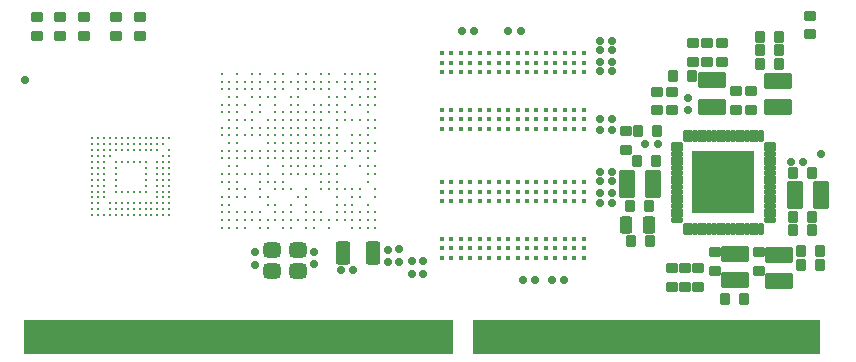
<source format=gts>
G04*
G04 #@! TF.GenerationSoftware,Altium Limited,Altium Designer,22.5.1 (42)*
G04*
G04 Layer_Color=8388736*
%FSLAX24Y24*%
%MOIN*%
G70*
G04*
G04 #@! TF.SameCoordinates,15B8646E-C553-4937-87EE-17013A6B0CAB*
G04*
G04*
G04 #@! TF.FilePolarity,Negative*
G04*
G01*
G75*
%ADD29C,0.0277*%
G04:AMPARAMS|DCode=30|XSize=35.6mil|YSize=39.5mil|CornerRadius=7.4mil|HoleSize=0mil|Usage=FLASHONLY|Rotation=270.000|XOffset=0mil|YOffset=0mil|HoleType=Round|Shape=RoundedRectangle|*
%AMROUNDEDRECTD30*
21,1,0.0356,0.0246,0,0,270.0*
21,1,0.0207,0.0395,0,0,270.0*
1,1,0.0149,-0.0123,-0.0103*
1,1,0.0149,-0.0123,0.0103*
1,1,0.0149,0.0123,0.0103*
1,1,0.0149,0.0123,-0.0103*
%
%ADD30ROUNDEDRECTD30*%
%ADD31C,0.0118*%
%ADD32R,0.0374X0.1122*%
%ADD33C,0.0177*%
%ADD34C,0.0130*%
G04:AMPARAMS|DCode=35|XSize=59.2mil|YSize=51.3mil|CornerRadius=14.8mil|HoleSize=0mil|Usage=FLASHONLY|Rotation=180.000|XOffset=0mil|YOffset=0mil|HoleType=Round|Shape=RoundedRectangle|*
%AMROUNDEDRECTD35*
21,1,0.0592,0.0217,0,0,180.0*
21,1,0.0295,0.0513,0,0,180.0*
1,1,0.0297,-0.0148,0.0108*
1,1,0.0297,0.0148,0.0108*
1,1,0.0297,0.0148,-0.0108*
1,1,0.0297,-0.0148,-0.0108*
%
%ADD35ROUNDEDRECTD35*%
G04:AMPARAMS|DCode=36|XSize=16.7mil|YSize=41.9mil|CornerRadius=5.1mil|HoleSize=0mil|Usage=FLASHONLY|Rotation=180.000|XOffset=0mil|YOffset=0mil|HoleType=Round|Shape=RoundedRectangle|*
%AMROUNDEDRECTD36*
21,1,0.0167,0.0317,0,0,180.0*
21,1,0.0065,0.0419,0,0,180.0*
1,1,0.0102,-0.0032,0.0158*
1,1,0.0102,0.0032,0.0158*
1,1,0.0102,0.0032,-0.0158*
1,1,0.0102,-0.0032,-0.0158*
%
%ADD36ROUNDEDRECTD36*%
G04:AMPARAMS|DCode=37|XSize=41.9mil|YSize=16.7mil|CornerRadius=5.1mil|HoleSize=0mil|Usage=FLASHONLY|Rotation=180.000|XOffset=0mil|YOffset=0mil|HoleType=Round|Shape=RoundedRectangle|*
%AMROUNDEDRECTD37*
21,1,0.0419,0.0065,0,0,180.0*
21,1,0.0317,0.0167,0,0,180.0*
1,1,0.0102,-0.0158,0.0032*
1,1,0.0102,0.0158,0.0032*
1,1,0.0102,0.0158,-0.0032*
1,1,0.0102,-0.0158,-0.0032*
%
%ADD37ROUNDEDRECTD37*%
%ADD38R,0.2088X0.2088*%
G04:AMPARAMS|DCode=39|XSize=47.4mil|YSize=78.9mil|CornerRadius=8.9mil|HoleSize=0mil|Usage=FLASHONLY|Rotation=180.000|XOffset=0mil|YOffset=0mil|HoleType=Round|Shape=RoundedRectangle|*
%AMROUNDEDRECTD39*
21,1,0.0474,0.0610,0,0,180.0*
21,1,0.0295,0.0789,0,0,180.0*
1,1,0.0178,-0.0148,0.0305*
1,1,0.0178,0.0148,0.0305*
1,1,0.0178,0.0148,-0.0305*
1,1,0.0178,-0.0148,-0.0305*
%
%ADD39ROUNDEDRECTD39*%
G04:AMPARAMS|DCode=40|XSize=58mil|YSize=43mil|CornerRadius=8.4mil|HoleSize=0mil|Usage=FLASHONLY|Rotation=270.000|XOffset=0mil|YOffset=0mil|HoleType=Round|Shape=RoundedRectangle|*
%AMROUNDEDRECTD40*
21,1,0.0580,0.0263,0,0,270.0*
21,1,0.0413,0.0430,0,0,270.0*
1,1,0.0168,-0.0131,-0.0206*
1,1,0.0168,-0.0131,0.0206*
1,1,0.0168,0.0131,0.0206*
1,1,0.0168,0.0131,-0.0206*
%
%ADD40ROUNDEDRECTD40*%
G04:AMPARAMS|DCode=41|XSize=23.7mil|YSize=27.7mil|CornerRadius=6mil|HoleSize=0mil|Usage=FLASHONLY|Rotation=180.000|XOffset=0mil|YOffset=0mil|HoleType=Round|Shape=RoundedRectangle|*
%AMROUNDEDRECTD41*
21,1,0.0237,0.0157,0,0,180.0*
21,1,0.0118,0.0277,0,0,180.0*
1,1,0.0119,-0.0059,0.0079*
1,1,0.0119,0.0059,0.0079*
1,1,0.0119,0.0059,-0.0079*
1,1,0.0119,-0.0059,-0.0079*
%
%ADD41ROUNDEDRECTD41*%
G04:AMPARAMS|DCode=42|XSize=23.7mil|YSize=27.7mil|CornerRadius=6mil|HoleSize=0mil|Usage=FLASHONLY|Rotation=270.000|XOffset=0mil|YOffset=0mil|HoleType=Round|Shape=RoundedRectangle|*
%AMROUNDEDRECTD42*
21,1,0.0237,0.0157,0,0,270.0*
21,1,0.0118,0.0277,0,0,270.0*
1,1,0.0119,-0.0079,-0.0059*
1,1,0.0119,-0.0079,0.0059*
1,1,0.0119,0.0079,0.0059*
1,1,0.0119,0.0079,-0.0059*
%
%ADD42ROUNDEDRECTD42*%
G04:AMPARAMS|DCode=43|XSize=55.2mil|YSize=95.4mil|CornerRadius=9.9mil|HoleSize=0mil|Usage=FLASHONLY|Rotation=90.000|XOffset=0mil|YOffset=0mil|HoleType=Round|Shape=RoundedRectangle|*
%AMROUNDEDRECTD43*
21,1,0.0552,0.0756,0,0,90.0*
21,1,0.0354,0.0954,0,0,90.0*
1,1,0.0198,0.0378,0.0177*
1,1,0.0198,0.0378,-0.0177*
1,1,0.0198,-0.0378,-0.0177*
1,1,0.0198,-0.0378,0.0177*
%
%ADD43ROUNDEDRECTD43*%
G04:AMPARAMS|DCode=44|XSize=55.2mil|YSize=95.4mil|CornerRadius=9.9mil|HoleSize=0mil|Usage=FLASHONLY|Rotation=180.000|XOffset=0mil|YOffset=0mil|HoleType=Round|Shape=RoundedRectangle|*
%AMROUNDEDRECTD44*
21,1,0.0552,0.0756,0,0,180.0*
21,1,0.0354,0.0954,0,0,180.0*
1,1,0.0198,-0.0177,0.0378*
1,1,0.0198,0.0177,0.0378*
1,1,0.0198,0.0177,-0.0378*
1,1,0.0198,-0.0177,-0.0378*
%
%ADD44ROUNDEDRECTD44*%
G04:AMPARAMS|DCode=45|XSize=35.6mil|YSize=39.5mil|CornerRadius=7.4mil|HoleSize=0mil|Usage=FLASHONLY|Rotation=180.000|XOffset=0mil|YOffset=0mil|HoleType=Round|Shape=RoundedRectangle|*
%AMROUNDEDRECTD45*
21,1,0.0356,0.0246,0,0,180.0*
21,1,0.0207,0.0395,0,0,180.0*
1,1,0.0149,-0.0103,0.0123*
1,1,0.0149,0.0103,0.0123*
1,1,0.0149,0.0103,-0.0123*
1,1,0.0149,-0.0103,-0.0123*
%
%ADD45ROUNDEDRECTD45*%
%ADD46C,0.0395*%
D29*
X181Y9118D02*
D03*
X26713Y6631D02*
D03*
D30*
X4016Y11221D02*
D03*
Y10591D02*
D03*
X2165Y11220D02*
D03*
Y10591D02*
D03*
X3228Y11220D02*
D03*
Y10591D02*
D03*
X1378Y11220D02*
D03*
Y10591D02*
D03*
X26378Y10630D02*
D03*
Y11260D02*
D03*
X591Y11221D02*
D03*
Y10591D02*
D03*
X23189Y3386D02*
D03*
Y2756D02*
D03*
X24409Y8110D02*
D03*
Y8740D02*
D03*
X23443Y10356D02*
D03*
Y9726D02*
D03*
X23898Y8740D02*
D03*
Y8110D02*
D03*
X21772Y2835D02*
D03*
Y2205D02*
D03*
X22205Y2835D02*
D03*
Y2205D02*
D03*
X22638Y2835D02*
D03*
Y2205D02*
D03*
X20236Y7402D02*
D03*
Y6772D02*
D03*
X21268Y8727D02*
D03*
Y8097D02*
D03*
X21777Y8096D02*
D03*
Y8726D02*
D03*
X24646Y2756D02*
D03*
Y3386D02*
D03*
X22449Y9726D02*
D03*
Y10356D02*
D03*
X22945Y9726D02*
D03*
Y10356D02*
D03*
D31*
X5000Y4606D02*
D03*
X4803D02*
D03*
X4606D02*
D03*
X4409D02*
D03*
X4213D02*
D03*
X4016D02*
D03*
X3819D02*
D03*
X3622D02*
D03*
X3425D02*
D03*
X3228D02*
D03*
X3031D02*
D03*
X2835D02*
D03*
X2638D02*
D03*
X2441D02*
D03*
X5000Y4803D02*
D03*
X4803D02*
D03*
X4606D02*
D03*
X4409D02*
D03*
X4213D02*
D03*
X4016D02*
D03*
X3819D02*
D03*
X3622D02*
D03*
X3425D02*
D03*
X3228D02*
D03*
X3031D02*
D03*
X2638D02*
D03*
X2441D02*
D03*
X5000Y5000D02*
D03*
X4803D02*
D03*
X4606D02*
D03*
X4409D02*
D03*
X4213D02*
D03*
X4016D02*
D03*
X3819D02*
D03*
X3622D02*
D03*
X3425D02*
D03*
X3228D02*
D03*
X3031D02*
D03*
X2638D02*
D03*
X2441D02*
D03*
X5000Y5197D02*
D03*
X4803D02*
D03*
X4606D02*
D03*
X2835D02*
D03*
X2638D02*
D03*
X2441D02*
D03*
X5000Y5394D02*
D03*
X4803D02*
D03*
X4606D02*
D03*
X4213D02*
D03*
X4016D02*
D03*
X3819D02*
D03*
X3622D02*
D03*
X3425D02*
D03*
X3228D02*
D03*
X2835D02*
D03*
X2638D02*
D03*
X2441D02*
D03*
X5000Y5591D02*
D03*
X4803D02*
D03*
X4606D02*
D03*
X4213D02*
D03*
X3228D02*
D03*
X2835D02*
D03*
X2638D02*
D03*
X2441D02*
D03*
X5000Y5787D02*
D03*
X4803D02*
D03*
X4606D02*
D03*
X4213D02*
D03*
X3228D02*
D03*
X2835D02*
D03*
X2638D02*
D03*
X2441D02*
D03*
X5000Y5984D02*
D03*
X4803D02*
D03*
X4606D02*
D03*
X4213D02*
D03*
X3228D02*
D03*
X2835D02*
D03*
X2638D02*
D03*
X2441D02*
D03*
X5000Y6181D02*
D03*
X4803D02*
D03*
X4606D02*
D03*
X4213D02*
D03*
X3228D02*
D03*
X2835D02*
D03*
X2638D02*
D03*
X2441D02*
D03*
X5000Y6378D02*
D03*
X4803D02*
D03*
X4606D02*
D03*
X4213D02*
D03*
X4016D02*
D03*
X3819D02*
D03*
X3622D02*
D03*
X3425D02*
D03*
X3228D02*
D03*
X2835D02*
D03*
X2638D02*
D03*
X2441D02*
D03*
X5000Y6575D02*
D03*
X4803D02*
D03*
X3031D02*
D03*
X2835D02*
D03*
X2638D02*
D03*
X2441D02*
D03*
X5000Y6772D02*
D03*
X4606D02*
D03*
X4409D02*
D03*
X4213D02*
D03*
X4016D02*
D03*
X3819D02*
D03*
X3622D02*
D03*
X3425D02*
D03*
X3228D02*
D03*
X3031D02*
D03*
X2835D02*
D03*
X2638D02*
D03*
X2441D02*
D03*
X4803Y6969D02*
D03*
X4606D02*
D03*
X4409D02*
D03*
X4213D02*
D03*
X4016D02*
D03*
X3819D02*
D03*
X3622D02*
D03*
X3425D02*
D03*
X3228D02*
D03*
X3031D02*
D03*
X2835D02*
D03*
X2638D02*
D03*
X2441D02*
D03*
X5000Y7165D02*
D03*
X4803D02*
D03*
X4606D02*
D03*
X4409D02*
D03*
X4213D02*
D03*
X4016D02*
D03*
X3819D02*
D03*
X3622D02*
D03*
X3425D02*
D03*
X3228D02*
D03*
X3031D02*
D03*
X2835D02*
D03*
X2638D02*
D03*
X2441D02*
D03*
D32*
X26516Y560D02*
D03*
X26319D02*
D03*
X26122D02*
D03*
X25925D02*
D03*
X25728D02*
D03*
X25531D02*
D03*
X25335D02*
D03*
X22579D02*
D03*
X22382D02*
D03*
X22185D02*
D03*
X21988D02*
D03*
X21791D02*
D03*
X21594D02*
D03*
X21398D02*
D03*
X21201D02*
D03*
X21004D02*
D03*
X20807D02*
D03*
X20610D02*
D03*
X20413D02*
D03*
X20217D02*
D03*
X20020D02*
D03*
X19823D02*
D03*
X19626D02*
D03*
X19429D02*
D03*
X19232D02*
D03*
X19035D02*
D03*
X18839D02*
D03*
X18642D02*
D03*
X18445D02*
D03*
X18248D02*
D03*
X18051D02*
D03*
X17854D02*
D03*
X17657D02*
D03*
X17461D02*
D03*
X17264D02*
D03*
X17067D02*
D03*
X16870D02*
D03*
X16673D02*
D03*
X16476D02*
D03*
X16280D02*
D03*
X16083D02*
D03*
X15886D02*
D03*
X15689D02*
D03*
X15492D02*
D03*
X15295D02*
D03*
X13917D02*
D03*
X13720D02*
D03*
X13524D02*
D03*
X13327D02*
D03*
X13130D02*
D03*
X12933D02*
D03*
X12736D02*
D03*
X12539D02*
D03*
X12343D02*
D03*
X12146D02*
D03*
X11949D02*
D03*
X11752D02*
D03*
X11555D02*
D03*
X11358D02*
D03*
X11161D02*
D03*
X10965D02*
D03*
X10768D02*
D03*
X10571D02*
D03*
X10374D02*
D03*
X10177D02*
D03*
X9980D02*
D03*
X9783D02*
D03*
X9587D02*
D03*
X9390D02*
D03*
X9193D02*
D03*
X8996D02*
D03*
X8799D02*
D03*
X8602D02*
D03*
X8406D02*
D03*
X8209D02*
D03*
X8012D02*
D03*
X7618D02*
D03*
X7421D02*
D03*
X7224D02*
D03*
X7028D02*
D03*
X6831D02*
D03*
X6634D02*
D03*
X6437D02*
D03*
X3484D02*
D03*
X3287D02*
D03*
X3091D02*
D03*
X2894D02*
D03*
X2697D02*
D03*
X2500D02*
D03*
X2303D02*
D03*
X2106D02*
D03*
X1909D02*
D03*
X1713D02*
D03*
X1516D02*
D03*
X1319D02*
D03*
X1122D02*
D03*
X925D02*
D03*
X728D02*
D03*
X531D02*
D03*
X335D02*
D03*
X3681D02*
D03*
X3878D02*
D03*
X4075D02*
D03*
X4272D02*
D03*
X4469D02*
D03*
X4665D02*
D03*
X4862D02*
D03*
X5059D02*
D03*
X5256D02*
D03*
X5453D02*
D03*
X5650D02*
D03*
X5846D02*
D03*
X6043D02*
D03*
X6240D02*
D03*
X7815D02*
D03*
X14114D02*
D03*
X14311D02*
D03*
X22776D02*
D03*
X22972D02*
D03*
X23169D02*
D03*
X23366D02*
D03*
X23563D02*
D03*
X23760D02*
D03*
X23957D02*
D03*
X24154D02*
D03*
X24350D02*
D03*
X24547D02*
D03*
X24744D02*
D03*
X24941D02*
D03*
X25138D02*
D03*
D33*
X18819Y10000D02*
D03*
X18504D02*
D03*
X18189D02*
D03*
X17874D02*
D03*
X17559D02*
D03*
X17244D02*
D03*
X16929D02*
D03*
X16614D02*
D03*
X16299D02*
D03*
X15984D02*
D03*
X15669D02*
D03*
X15354D02*
D03*
X15039D02*
D03*
X14724D02*
D03*
X14409D02*
D03*
X14094D02*
D03*
X18819Y9685D02*
D03*
X18504D02*
D03*
X18189D02*
D03*
X17874D02*
D03*
X17559D02*
D03*
X17244D02*
D03*
X16929D02*
D03*
X16614D02*
D03*
X16299D02*
D03*
X15984D02*
D03*
X15669D02*
D03*
X15354D02*
D03*
X15039D02*
D03*
X14724D02*
D03*
X14409D02*
D03*
X14094D02*
D03*
X18819Y9370D02*
D03*
X18504D02*
D03*
X18189D02*
D03*
X17874D02*
D03*
X17559D02*
D03*
X17244D02*
D03*
X16929D02*
D03*
X16614D02*
D03*
X16299D02*
D03*
X15984D02*
D03*
X15669D02*
D03*
X15354D02*
D03*
X15039D02*
D03*
X14724D02*
D03*
X14409D02*
D03*
X14094D02*
D03*
X18819Y8110D02*
D03*
X18504D02*
D03*
X18189D02*
D03*
X17874D02*
D03*
X17559D02*
D03*
X17244D02*
D03*
X16929D02*
D03*
X16614D02*
D03*
X16299D02*
D03*
X15984D02*
D03*
X15669D02*
D03*
X15354D02*
D03*
X15039D02*
D03*
X14724D02*
D03*
X14409D02*
D03*
X14094D02*
D03*
X18819Y7795D02*
D03*
X18504D02*
D03*
X18189D02*
D03*
X17874D02*
D03*
X17559D02*
D03*
X17244D02*
D03*
X16929D02*
D03*
X16614D02*
D03*
X16299D02*
D03*
X15984D02*
D03*
X15669D02*
D03*
X15354D02*
D03*
X15039D02*
D03*
X14724D02*
D03*
X14409D02*
D03*
X14094D02*
D03*
X18819Y7480D02*
D03*
X18504D02*
D03*
X18189D02*
D03*
X17874D02*
D03*
X17559D02*
D03*
X17244D02*
D03*
X16929D02*
D03*
X16614D02*
D03*
X16299D02*
D03*
X15984D02*
D03*
X15669D02*
D03*
X15354D02*
D03*
X15039D02*
D03*
X14724D02*
D03*
X14409D02*
D03*
X14094D02*
D03*
X18819Y5709D02*
D03*
X18504D02*
D03*
X18189D02*
D03*
X17874D02*
D03*
X17559D02*
D03*
X17244D02*
D03*
X16929D02*
D03*
X16614D02*
D03*
X16299D02*
D03*
X15984D02*
D03*
X15669D02*
D03*
X15354D02*
D03*
X15039D02*
D03*
X14724D02*
D03*
X14409D02*
D03*
X14094D02*
D03*
X18819Y5394D02*
D03*
X18504D02*
D03*
X18189D02*
D03*
X17874D02*
D03*
X17559D02*
D03*
X17244D02*
D03*
X16929D02*
D03*
X16614D02*
D03*
X16299D02*
D03*
X15984D02*
D03*
X15669D02*
D03*
X15354D02*
D03*
X15039D02*
D03*
X14724D02*
D03*
X14409D02*
D03*
X14094D02*
D03*
X18819Y5079D02*
D03*
X18504D02*
D03*
X18189D02*
D03*
X17874D02*
D03*
X17559D02*
D03*
X17244D02*
D03*
X16929D02*
D03*
X16614D02*
D03*
X16299D02*
D03*
X15984D02*
D03*
X15669D02*
D03*
X15354D02*
D03*
X15039D02*
D03*
X14724D02*
D03*
X14409D02*
D03*
X14094D02*
D03*
X18819Y3819D02*
D03*
X18504D02*
D03*
X18189D02*
D03*
X17874D02*
D03*
X17559D02*
D03*
X17244D02*
D03*
X16929D02*
D03*
X16614D02*
D03*
X16299D02*
D03*
X15984D02*
D03*
X15669D02*
D03*
X15354D02*
D03*
X15039D02*
D03*
X14724D02*
D03*
X14409D02*
D03*
X14094D02*
D03*
X18819Y3504D02*
D03*
X18504D02*
D03*
X18189D02*
D03*
X17874D02*
D03*
X17559D02*
D03*
X17244D02*
D03*
X16929D02*
D03*
X16614D02*
D03*
X16299D02*
D03*
X15984D02*
D03*
X15669D02*
D03*
X15354D02*
D03*
X15039D02*
D03*
X14724D02*
D03*
X14409D02*
D03*
X14094D02*
D03*
X18819Y3189D02*
D03*
X18504D02*
D03*
X18189D02*
D03*
X17874D02*
D03*
X17559D02*
D03*
X17244D02*
D03*
X16929D02*
D03*
X16614D02*
D03*
X16299D02*
D03*
X15984D02*
D03*
X15669D02*
D03*
X15354D02*
D03*
X15039D02*
D03*
X14724D02*
D03*
X14409D02*
D03*
X14094D02*
D03*
D34*
X6752Y4193D02*
D03*
X7008D02*
D03*
X7264D02*
D03*
X7520D02*
D03*
X8031D02*
D03*
X8287D02*
D03*
X8799D02*
D03*
X9055D02*
D03*
X9567D02*
D03*
X9823D02*
D03*
X10335D02*
D03*
X11102D02*
D03*
X11358D02*
D03*
X11614D02*
D03*
X11870D02*
D03*
X6752Y4449D02*
D03*
X7008D02*
D03*
X7264D02*
D03*
X7520D02*
D03*
X7776D02*
D03*
X8031D02*
D03*
X8287D02*
D03*
X8543D02*
D03*
X8799D02*
D03*
X9055D02*
D03*
X9311D02*
D03*
X9567D02*
D03*
X9823D02*
D03*
X10079D02*
D03*
X10335D02*
D03*
X10591D02*
D03*
X10846D02*
D03*
X11102D02*
D03*
X11358D02*
D03*
X11614D02*
D03*
X11870D02*
D03*
X6752Y4705D02*
D03*
X7008D02*
D03*
X7264D02*
D03*
X7520D02*
D03*
X7776D02*
D03*
X8031D02*
D03*
X8543D02*
D03*
X8799D02*
D03*
X9055D02*
D03*
X9567D02*
D03*
X9823D02*
D03*
X10079D02*
D03*
X10591D02*
D03*
X10846D02*
D03*
X11102D02*
D03*
X11358D02*
D03*
X11614D02*
D03*
X11870D02*
D03*
X6752Y4961D02*
D03*
X7008D02*
D03*
X8287D02*
D03*
X8543D02*
D03*
X9055D02*
D03*
X9567D02*
D03*
X10079Y5472D02*
D03*
X10591Y4961D02*
D03*
X10846D02*
D03*
X11102D02*
D03*
X11614D02*
D03*
X6752Y5217D02*
D03*
X7008D02*
D03*
X7264D02*
D03*
X7520D02*
D03*
X8031D02*
D03*
X8287D02*
D03*
X9311D02*
D03*
X9567D02*
D03*
X10591D02*
D03*
X11102D02*
D03*
X11358D02*
D03*
X11870D02*
D03*
X7008Y5472D02*
D03*
X7264D02*
D03*
X7520D02*
D03*
X8031D02*
D03*
X8543D02*
D03*
X8799D02*
D03*
X9055D02*
D03*
X9567D02*
D03*
X10335D02*
D03*
X10591D02*
D03*
X10846D02*
D03*
X11102D02*
D03*
X11358D02*
D03*
X11870D02*
D03*
X6752Y5728D02*
D03*
X7008D02*
D03*
X7264D02*
D03*
X8031D02*
D03*
X8287D02*
D03*
X8543D02*
D03*
X8799D02*
D03*
X10079D02*
D03*
X10335D02*
D03*
X10591D02*
D03*
X11614D02*
D03*
X6752Y5984D02*
D03*
X7008D02*
D03*
X7264D02*
D03*
X7520D02*
D03*
X7776D02*
D03*
X8031D02*
D03*
X8287D02*
D03*
X8799D02*
D03*
X9055D02*
D03*
X9311D02*
D03*
X9567D02*
D03*
X9823D02*
D03*
X10079D02*
D03*
X10335D02*
D03*
X10591D02*
D03*
X11614D02*
D03*
X11870D02*
D03*
X7008Y6240D02*
D03*
X7264D02*
D03*
X8287D02*
D03*
X8799D02*
D03*
X9055D02*
D03*
X9311D02*
D03*
X9567D02*
D03*
X9823D02*
D03*
X10079D02*
D03*
X10591D02*
D03*
X10846D02*
D03*
X11614D02*
D03*
X11870D02*
D03*
X6752Y6496D02*
D03*
X7008D02*
D03*
X7264D02*
D03*
X7520D02*
D03*
X7776D02*
D03*
X8031D02*
D03*
X8287D02*
D03*
X8543D02*
D03*
X8799D02*
D03*
X9055D02*
D03*
X9311D02*
D03*
X9567D02*
D03*
X9823D02*
D03*
X10079D02*
D03*
X10335D02*
D03*
X10591D02*
D03*
X11102D02*
D03*
X11614D02*
D03*
X6752Y6752D02*
D03*
X7008D02*
D03*
X7264D02*
D03*
X7520D02*
D03*
X7776D02*
D03*
X8031D02*
D03*
X8287D02*
D03*
X8543D02*
D03*
X8799D02*
D03*
X9055D02*
D03*
X9311D02*
D03*
X9567D02*
D03*
X9823D02*
D03*
X10079D02*
D03*
X10335D02*
D03*
X10591D02*
D03*
X10846D02*
D03*
X11102D02*
D03*
X11358D02*
D03*
X11614D02*
D03*
X11870D02*
D03*
X7008Y7008D02*
D03*
X7264D02*
D03*
X8287D02*
D03*
X8543D02*
D03*
X8799D02*
D03*
X9055D02*
D03*
X9311D02*
D03*
X9567D02*
D03*
X9823D02*
D03*
X10079D02*
D03*
X10335D02*
D03*
X10591D02*
D03*
X11102D02*
D03*
X11358D02*
D03*
X11614D02*
D03*
X11870D02*
D03*
X6752Y7264D02*
D03*
X7008D02*
D03*
X7264D02*
D03*
X7520D02*
D03*
X7776D02*
D03*
X8031D02*
D03*
X8287D02*
D03*
X8543D02*
D03*
X8799D02*
D03*
X9055D02*
D03*
X9311D02*
D03*
X9567D02*
D03*
X9823D02*
D03*
X10079D02*
D03*
X10335D02*
D03*
X10591D02*
D03*
X11102D02*
D03*
X11614D02*
D03*
X6752Y7520D02*
D03*
X7008D02*
D03*
X7264D02*
D03*
X7776D02*
D03*
X8031D02*
D03*
X8287D02*
D03*
X8543D02*
D03*
X8799D02*
D03*
X9055D02*
D03*
X9311D02*
D03*
X9567D02*
D03*
X9823D02*
D03*
X10079D02*
D03*
X10335D02*
D03*
X10591D02*
D03*
X11614D02*
D03*
X11870D02*
D03*
X7008Y7776D02*
D03*
X7264D02*
D03*
X7520D02*
D03*
X7776D02*
D03*
X8287D02*
D03*
X8543D02*
D03*
X8799D02*
D03*
X9055D02*
D03*
X9311D02*
D03*
X9567D02*
D03*
X9823D02*
D03*
X10079D02*
D03*
X10591D02*
D03*
X10846D02*
D03*
X11102D02*
D03*
X11358D02*
D03*
X11614D02*
D03*
X11870D02*
D03*
X6752Y8031D02*
D03*
X7008D02*
D03*
X7264D02*
D03*
X7776D02*
D03*
X8031D02*
D03*
X8543D02*
D03*
X8799D02*
D03*
X9055D02*
D03*
X9311D02*
D03*
X9567D02*
D03*
X9823D02*
D03*
X10079D02*
D03*
X10335D02*
D03*
X10591D02*
D03*
X10846D02*
D03*
X11614D02*
D03*
X6752Y8287D02*
D03*
X7008D02*
D03*
X7264D02*
D03*
X7520D02*
D03*
X8031D02*
D03*
X8543D02*
D03*
X9055D02*
D03*
X9311D02*
D03*
X9823D02*
D03*
X10079D02*
D03*
X10335D02*
D03*
X10591D02*
D03*
X11102D02*
D03*
X11614D02*
D03*
X11870D02*
D03*
X7008Y8543D02*
D03*
X7264D02*
D03*
X7776D02*
D03*
X8031D02*
D03*
X8287D02*
D03*
X8543D02*
D03*
X9055D02*
D03*
X9311D02*
D03*
X10335D02*
D03*
X10591D02*
D03*
X10846D02*
D03*
X11358D02*
D03*
X11614D02*
D03*
X11870D02*
D03*
X6752Y8799D02*
D03*
X7008D02*
D03*
X7264D02*
D03*
X7520D02*
D03*
X7776D02*
D03*
X8031D02*
D03*
X8543D02*
D03*
X8799D02*
D03*
X9311D02*
D03*
X9567D02*
D03*
X9823D02*
D03*
X10079D02*
D03*
X10335D02*
D03*
X10846D02*
D03*
X11102D02*
D03*
X11614D02*
D03*
X11870D02*
D03*
X6752Y9055D02*
D03*
X7008D02*
D03*
X7264D02*
D03*
X7520D02*
D03*
X7776D02*
D03*
X8031D02*
D03*
X8287D02*
D03*
X8543D02*
D03*
X8799D02*
D03*
X9055D02*
D03*
X9311D02*
D03*
X9567D02*
D03*
X9823D02*
D03*
X10079D02*
D03*
X10335D02*
D03*
X10591D02*
D03*
X10846D02*
D03*
X11102D02*
D03*
X11358D02*
D03*
X11614D02*
D03*
X11870D02*
D03*
X6752Y9311D02*
D03*
X7264D02*
D03*
X7776D02*
D03*
X8031D02*
D03*
X8543D02*
D03*
X8799D02*
D03*
X9311D02*
D03*
X9567D02*
D03*
X10079D02*
D03*
X10335D02*
D03*
X10846D02*
D03*
X11102D02*
D03*
X11358D02*
D03*
X11614D02*
D03*
X11870D02*
D03*
X11358Y7264D02*
D03*
Y6240D02*
D03*
Y8287D02*
D03*
D35*
X9280Y2744D02*
D03*
X8414D02*
D03*
Y3453D02*
D03*
X9280D02*
D03*
D36*
X24734Y7248D02*
D03*
X24577D02*
D03*
X24419D02*
D03*
X24262D02*
D03*
X24104D02*
D03*
X23947D02*
D03*
X23789D02*
D03*
X23632D02*
D03*
X23474D02*
D03*
X23317D02*
D03*
X23159D02*
D03*
X23002D02*
D03*
X22844D02*
D03*
X22687D02*
D03*
X22530D02*
D03*
X22372D02*
D03*
X22215D02*
D03*
Y4150D02*
D03*
X22372D02*
D03*
X22530D02*
D03*
X22687D02*
D03*
X22844D02*
D03*
X23002D02*
D03*
X23159D02*
D03*
X23317D02*
D03*
X23474D02*
D03*
X23632D02*
D03*
X23789D02*
D03*
X23947D02*
D03*
X24104D02*
D03*
X24262D02*
D03*
X24419D02*
D03*
X24577D02*
D03*
X24734D02*
D03*
D37*
X25024Y4439D02*
D03*
Y4596D02*
D03*
Y4754D02*
D03*
Y4911D02*
D03*
Y5069D02*
D03*
Y5226D02*
D03*
Y5384D02*
D03*
Y5541D02*
D03*
Y5699D02*
D03*
Y5856D02*
D03*
Y6014D02*
D03*
Y6171D02*
D03*
Y6329D02*
D03*
Y6486D02*
D03*
Y6644D02*
D03*
Y6801D02*
D03*
Y6959D02*
D03*
X21925D02*
D03*
Y6801D02*
D03*
Y6644D02*
D03*
Y6486D02*
D03*
Y6329D02*
D03*
Y6171D02*
D03*
Y6014D02*
D03*
Y5856D02*
D03*
Y5699D02*
D03*
Y5541D02*
D03*
Y5384D02*
D03*
Y5226D02*
D03*
Y5069D02*
D03*
Y4911D02*
D03*
Y4754D02*
D03*
Y4596D02*
D03*
Y4439D02*
D03*
D38*
X23474Y5699D02*
D03*
D39*
X11804Y3344D02*
D03*
X10780D02*
D03*
D40*
X20984Y4291D02*
D03*
X20236D02*
D03*
D41*
X19350Y10400D02*
D03*
X19763D02*
D03*
X19350Y10100D02*
D03*
X19763D02*
D03*
X25728Y6378D02*
D03*
X26142D02*
D03*
X19350Y6050D02*
D03*
X19763D02*
D03*
X19350Y5750D02*
D03*
X19763D02*
D03*
X21289Y6986D02*
D03*
X20876D02*
D03*
X10731Y2768D02*
D03*
X11145D02*
D03*
X14750Y10750D02*
D03*
X15163D02*
D03*
X16713D02*
D03*
X16300D02*
D03*
X19763Y9723D02*
D03*
X19350D02*
D03*
X19763Y7800D02*
D03*
X19350D02*
D03*
X19763Y9400D02*
D03*
X19350D02*
D03*
X19763Y5350D02*
D03*
X19350D02*
D03*
X19763Y5022D02*
D03*
X19350D02*
D03*
Y7450D02*
D03*
X19763D02*
D03*
X16787Y2450D02*
D03*
X17200D02*
D03*
X18163D02*
D03*
X17750D02*
D03*
D42*
X12650Y3050D02*
D03*
Y3463D02*
D03*
X22300Y8100D02*
D03*
Y8513D02*
D03*
X7876Y2959D02*
D03*
Y3372D02*
D03*
X9817Y3390D02*
D03*
Y2977D02*
D03*
X12304Y3044D02*
D03*
Y3458D02*
D03*
X13450Y2650D02*
D03*
Y3063D02*
D03*
X13100Y2650D02*
D03*
Y3063D02*
D03*
D43*
X23858Y3307D02*
D03*
Y2433D02*
D03*
X23100Y8226D02*
D03*
Y9100D02*
D03*
X25338Y2409D02*
D03*
Y3283D02*
D03*
X25297Y8210D02*
D03*
Y9084D02*
D03*
D44*
X25846Y5281D02*
D03*
X26720D02*
D03*
X21124Y5650D02*
D03*
X20250D02*
D03*
D45*
X20391Y3748D02*
D03*
X21021D02*
D03*
X20354Y4921D02*
D03*
X20984D02*
D03*
X20630Y7402D02*
D03*
X21260D02*
D03*
X21797Y9246D02*
D03*
X22427D02*
D03*
X25330Y9650D02*
D03*
X24700D02*
D03*
X26414Y4552D02*
D03*
X25784D02*
D03*
X26427Y6014D02*
D03*
X25797D02*
D03*
X20600Y6395D02*
D03*
X21230D02*
D03*
X26414Y4114D02*
D03*
X25784D02*
D03*
X26692Y3399D02*
D03*
X26062D02*
D03*
X26698Y2949D02*
D03*
X26068D02*
D03*
X24173Y1811D02*
D03*
X23543D02*
D03*
X25330Y10550D02*
D03*
X24700D02*
D03*
X25330Y10100D02*
D03*
X24700D02*
D03*
D46*
X24311Y6545D02*
D03*
X22628Y4862D02*
D03*
X24311D02*
D03*
X23189Y5423D02*
D03*
Y5984D02*
D03*
X23750Y6545D02*
D03*
X23189Y4862D02*
D03*
X23750Y5423D02*
D03*
Y5984D02*
D03*
X23189Y6545D02*
D03*
X24311Y5423D02*
D03*
X22628Y6545D02*
D03*
X23750Y4862D02*
D03*
X22628Y5984D02*
D03*
Y5423D02*
D03*
X24311Y5984D02*
D03*
M02*

</source>
